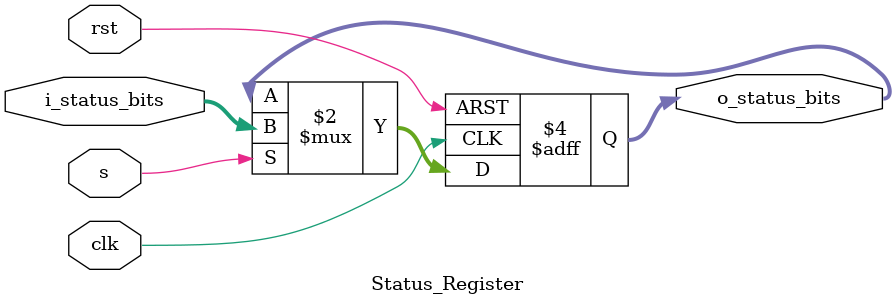
<source format=v>
module Status_Register (
    input clk, rst,
    input s,// s is load signal
    input [3:0] i_status_bits,

    output reg [3:0] o_status_bits
);


	always@(negedge clk, posedge rst) 
	begin
		if (rst) o_status_bits <= 0;
		else if (s) o_status_bits <= i_status_bits;
	end
	
endmodule

</source>
